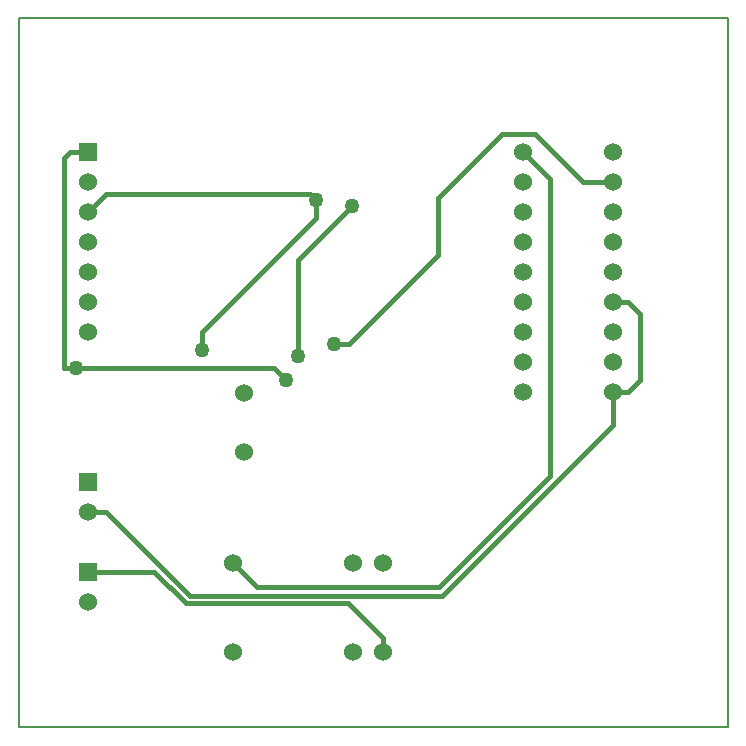
<source format=gbl>
G04 Layer_Physical_Order=2*
G04 Layer_Color=16711680*
%FSLAX25Y25*%
%MOIN*%
G70*
G01*
G75*
%ADD16C,0.01600*%
%ADD17C,0.00800*%
%ADD18C,0.06000*%
%ADD19R,0.06000X0.06000*%
%ADD20C,0.05000*%
D16*
X395000Y600000D02*
X400000D01*
X404000Y604000D01*
Y626000D01*
X400000Y630000D02*
X404000Y626000D01*
X395000Y630000D02*
X400000D01*
X369000Y686000D02*
X385000Y670000D01*
X358000Y686000D02*
X369000D01*
X336500Y664500D02*
X358000Y686000D01*
X385000Y670000D02*
X395000D01*
X336500Y645500D02*
Y664500D01*
X302000Y616000D02*
X307000D01*
X336500Y645500D01*
X374000Y572000D02*
Y671000D01*
X337000Y535000D02*
X374000Y572000D01*
X276260Y535000D02*
X337000D01*
X338000Y532000D02*
X395000Y589000D01*
X254000Y532000D02*
X338000D01*
X395000Y589000D02*
Y600000D01*
X268299Y542961D02*
X276260Y535000D01*
X306400Y529600D02*
X318063Y517937D01*
X252400Y529600D02*
X306400D01*
X226000Y560000D02*
X254000Y532000D01*
X242000Y540000D02*
X252400Y529600D01*
X365000Y680000D02*
X374000Y671000D01*
X220000Y560000D02*
X226000D01*
X220000Y540000D02*
X242000D01*
X212000Y678000D02*
X214000Y680000D01*
X220000Y660000D02*
X226000Y666000D01*
X258000Y620000D02*
X296000Y658000D01*
X290000Y612000D02*
Y644000D01*
X308000Y662000D01*
X296000Y658000D02*
Y664000D01*
X258000Y614000D02*
Y620000D01*
X212000Y608000D02*
Y678000D01*
X214000Y680000D02*
X220000D01*
X212000Y608000D02*
X216000D01*
X282000D01*
X286000Y604000D01*
X226000Y666000D02*
X294000D01*
X296000Y664000D01*
X318063Y513039D02*
Y517937D01*
D17*
X433071Y488189D02*
Y724409D01*
X196850Y488189D02*
X433071D01*
X196850D02*
Y724409D01*
X433071D01*
D18*
X365000Y600000D02*
D03*
X395000D02*
D03*
X365000Y680000D02*
D03*
X395000D02*
D03*
X365000Y610000D02*
D03*
X395000D02*
D03*
X365000Y620000D02*
D03*
X395000D02*
D03*
X365000Y670000D02*
D03*
X395000D02*
D03*
X365000Y660000D02*
D03*
X395000D02*
D03*
X365000Y650000D02*
D03*
X395000D02*
D03*
X365000Y630000D02*
D03*
X395000D02*
D03*
Y640000D02*
D03*
X365000D02*
D03*
X272000Y599685D02*
D03*
Y580000D02*
D03*
X318063Y542961D02*
D03*
X308063D02*
D03*
Y513039D02*
D03*
X318063D02*
D03*
X268299D02*
D03*
Y542961D02*
D03*
X220000Y670000D02*
D03*
Y660000D02*
D03*
Y650000D02*
D03*
Y640000D02*
D03*
Y630000D02*
D03*
Y620000D02*
D03*
Y560000D02*
D03*
Y530000D02*
D03*
D19*
Y680000D02*
D03*
Y570000D02*
D03*
Y540000D02*
D03*
D20*
X286000Y604000D02*
D03*
X308000Y662000D02*
D03*
X290000Y612000D02*
D03*
X296000Y664000D02*
D03*
X302000Y616000D02*
D03*
X258000Y614000D02*
D03*
X216000Y608000D02*
D03*
M02*

</source>
